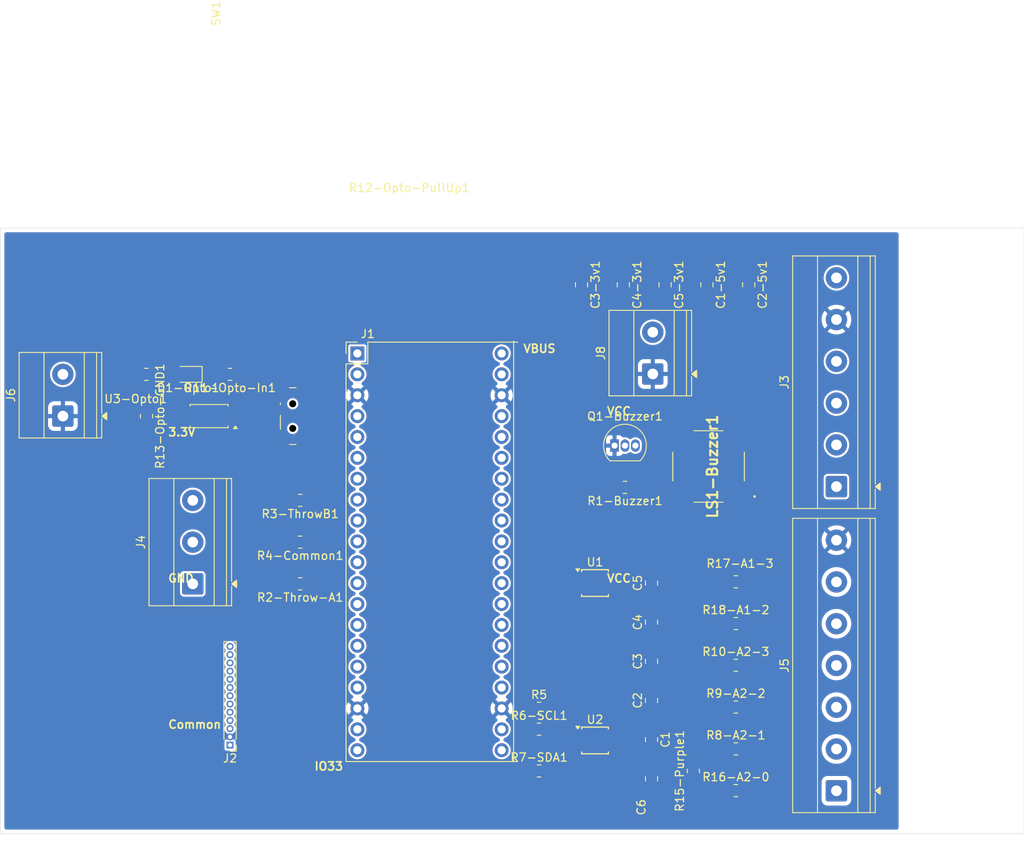
<source format=kicad_pcb>
(kicad_pcb (version 20241229) (generator "pcbnew") (generator_version "9.0")
  (layers (0 "F.Cu" signal) (2 "B.Cu" signal) (13 "F.Paste" user) (15 "B.Paste" user) (5 "F.SilkS" user "F.Silkscreen") (7 "B.SilkS" user "B.Silkscreen") (1 "F.Mask" user) (3 "B.Mask" user) (25 "Edge.Cuts" user))
  (net 0 "")
  (net 1 "+5V")
  (net 2 "GND")
  (net 3 "+3.3V")
  (net 4 "/IO17")
  (net 23 "/IO38 (SDO)")
  (net 24 "/IO1")
  (net 25 "/IO2")
  (net 26 "/IO39")
  (net 27 "/IO35")
  (net 28 "/IO37")
  (net 29 "/IO36")
  (net 30 "/IO48")
  (net 31 "/IO15")
  (net 32 "/IO18")
  (net 33 "/IO3")
  (net 34 "/IO16")
  (net 35 "/Rnet2")
  (net 36 "/Rnet1")
  (net 37 "/A2-1")
  (net 38 "/A2-2")
  (net 39 "/A2-3")
  (net 40 "/A1-2")
  (net 41 "/A1-3")
  (net 42 "/A2-0")
  (net 43 "Net-(D1-Opto1-A)")
  (net 44 "/SCL")
  (net 45 "/SCD")
  (net 47 "/A2-3-E")
  (net 48 "/A2-1-E")
  (net 49 "/A2-2-E")
  (net 50 "/A1-2-E")
  (net 51 "/A2-0-E")
  (net 52 "/Opto In")
  (net 53 "/GND - 3v Clean")
  (net 54 "/SDA")
  (net 55 "Net-(SW1-C)")
  (net 56 "/A1-1")
  (net 57 "Net-(SW1-A)")
  (net 58 "/A1-3-E")
  (net 59 "/A1-0")
  (net 61 "/3v Clean")
  (net 63 "/Buzer-IO21")
  (net 64 "/Buzzer-3")
  (net 65 "/Buzzer-2")
  (footprint "TerminalBlock_Phoenix:TerminalBlock_Phoenix_MKDS-1,5-2-5.08_1x02_P5.08mm_Horizontal" (layer "F.Cu") (at 60.96 58.42 90)
    (property "Reference" "J6" (at 2.54 -6.32 90) (layer "F.SilkS"))
    (property "Value" "Dry Contact OptoCoupler")
    (fp_line (start 7.74 -5.32) (end 7.74 4.72) (stroke (width 0.12)) (layer "F.SilkS"))
    (fp_line (start -2.66 -5.32) (end 7.74 -5.32) (stroke (width 0.12)) (layer "F.SilkS"))
    (fp_line (start -2.66 -2.3) (end 7.74 -2.3) (stroke (width 0.12)) (layer "F.SilkS"))
    (fp_line (start -2.66 2.6) (end 7.74 2.6) (stroke (width 0.12)) (layer "F.SilkS"))
    (fp_line (start -2.66 4.1) (end 7.74 4.1) (stroke (width 0.12)) (layer "F.SilkS"))
    (fp_line (start 7.74 4.72) (end 0.3 4.72) (stroke (width 0.12)) (layer "F.SilkS"))
    (fp_line (start -0.3 4.72) (end -2.66 4.72) (stroke (width 0.12)) (layer "F.SilkS"))
    (fp_line (start -2.66 4.72) (end -2.66 -5.32) (stroke (width 0.12)) (layer "F.SilkS"))
    (fp_poly (pts (xy 0 4.72) (xy 0.44 5.33) (xy -0.44 5.33)) (stroke (width 0.12)) (fill yes) (layer "F.SilkS"))
    (pad "1" thru_hole roundrect (at 0 0 90) (size 2.6 2.6) (drill 1.3) (layers "*.Cu" "*.Mask") (roundrect_rratio 0.096154) (net 2 "GND"))
    (pad "2" thru_hole circle (at 5.08 0 90) (size 2.6 2.6) (drill 1.3) (layers "*.Cu" "*.Mask") (net 52 "/Opto In"))
  )
  (footprint "Resistor_SMD:R_0805_2012Metric" (layer "F.Cu") (at 89.8075 78.83 180)
    (property "Reference" "R2-Throw-A1" (at 0 -1.65 0) (layer "F.SilkS"))
    (property "Value" "33K")
    (fp_line (start -0.227064 0.735) (end 0.227064 0.735) (stroke (width 0.12)) (layer "F.SilkS"))
    (fp_line (start -0.227064 -0.735) (end 0.227064 -0.735) (stroke (width 0.12)) (layer "F.SilkS"))
    (pad "1" smd roundrect (at -0.9125 0 180) (size 1.025 1.4) (layers "F.Cu" "F.Mask" "F.Paste") (roundrect_rratio 0.243902) (net 36 "/Rnet1"))
    (pad "2" smd roundrect (at 0.9125 0 180) (size 1.025 1.4) (layers "F.Cu" "F.Mask" "F.Paste") (roundrect_rratio 0.243902) (net 53 "/GND - 3v Clean"))
  )
  (footprint "Package_SO:TSSOP-10_3x3mm_P0.5mm" (layer "F.Cu") (at 125.65 78.726)
    (property "Reference" "U1" (at 0 -2.55 0) (layer "F.SilkS"))
    (property "Value" "ADS1115IDGS - low volt")
    (fp_line (start -1.625 -1.625) (end -1.625 -1.4) (stroke (width 0.15)) (layer "F.SilkS"))
    (fp_line (start -1.625 -1.625) (end 1.625 -1.625) (stroke (width 0.15)) (layer "F.SilkS"))
    (fp_line (start -1.625 1.625) (end -1.625 1.4) (stroke (width 0.15)) (layer "F.SilkS"))
    (fp_line (start -1.625 1.625) (end 1.625 1.625) (stroke (width 0.15)) (layer "F.SilkS"))
    (fp_line (start 1.625 -1.625) (end 1.625 -1.4) (stroke (width 0.15)) (layer "F.SilkS"))
    (fp_line (start 1.625 1.625) (end 1.625 1.4) (stroke (width 0.15)) (layer "F.SilkS"))
    (fp_poly (pts (xy -2.1 -1.4) (xy -2.34 -1.73) (xy -1.86 -1.73) (xy -2.1 -1.4)) (stroke (width 0.12)) (fill yes) (layer "F.SilkS"))
    (pad "1" smd rect (at -2.15 -1) (size 1.1 0.25) (layers "F.Cu" "F.Mask" "F.Paste") (net 2 "GND"))
    (pad "2" smd rect (at -2.15 -0.5) (size 1.1 0.25) (layers "F.Cu" "F.Mask" "F.Paste") (net 3 "+3.3V"))
    (pad "3" smd rect (at -2.15 0) (size 1.1 0.25) (layers "F.Cu" "F.Mask" "F.Paste") (net 2 "GND"))
    (pad "4" smd rect (at -2.15 0.5) (size 1.1 0.25) (layers "F.Cu" "F.Mask" "F.Paste") (net 59 "/A1-0"))
    (pad "5" smd rect (at -2.15 1) (size 1.1 0.25) (layers "F.Cu" "F.Mask" "F.Paste") (net 56 "/A1-1"))
    (pad "6" smd rect (at 2.15 1) (size 1.1 0.25) (layers "F.Cu" "F.Mask" "F.Paste") (net 40 "/A1-2"))
    (pad "7" smd rect (at 2.15 0.5) (size 1.1 0.25) (layers "F.Cu" "F.Mask" "F.Paste") (net 41 "/A1-3"))
    (pad "8" smd rect (at 2.15 0) (size 1.1 0.25) (layers "F.Cu" "F.Mask" "F.Paste") (net 3 "+3.3V"))
    (pad "9" smd rect (at 2.15 -0.5) (size 1.1 0.25) (layers "F.Cu" "F.Mask" "F.Paste") (net 54 "/SDA"))
    (pad "10" smd rect (at 2.15 -1) (size 1.1 0.25) (layers "F.Cu" "F.Mask" "F.Paste") (net 44 "/SCL"))
  )
  (footprint "Resistor_SMD:R_0805_2012Metric" (layer "F.Cu") (at 129.29 67.09 180)
    (property "Reference" "R1-Buzzer1" (at 0 -1.65 0) (layer "F.SilkS"))
    (property "Value" "1K")
    (fp_line (start -0.227064 0.735) (end 0.227064 0.735) (stroke (width 0.12)) (layer "F.SilkS"))
    (fp_line (start -0.227064 -0.735) (end 0.227064 -0.735) (stroke (width 0.12)) (layer "F.SilkS"))
    (pad "1" smd roundrect (at -0.9125 0 180) (size 1.025 1.4) (layers "F.Cu" "F.Mask" "F.Paste") (roundrect_rratio 0.243902) (net 63 "/Buzer-IO21"))
    (pad "2" smd roundrect (at 0.9125 0 180) (size 1.025 1.4) (layers "F.Cu" "F.Mask" "F.Paste") (roundrect_rratio 0.243902) (net 65 "/Buzzer-2"))
  )
  (footprint "Resistor_SMD:R_0805_2012Metric" (layer "F.Cu") (at 118.8475 93.966)
    (property "Reference" "R5" (at 0 -1.65 0) (layer "F.SilkS"))
    (property "Value" "10K")
    (fp_line (start -0.227064 -0.735) (end 0.227064 -0.735) (stroke (width 0.12)) (layer "F.SilkS"))
    (fp_line (start -0.227064 0.735) (end 0.227064 0.735) (stroke (width 0.12)) (layer "F.SilkS"))
    (pad "1" smd roundrect (at -0.9125 0) (size 1.025 1.4) (layers "F.Cu" "F.Mask" "F.Paste") (roundrect_rratio 0.243902) (net 3 "+3.3V"))
    (pad "2" smd roundrect (at 0.9125 0) (size 1.025 1.4) (layers "F.Cu" "F.Mask" "F.Paste") (roundrect_rratio 0.243902) (net 3 "+3.3V"))
  )
  (footprint "Diode_SMD:D_0805_2012Metric" (layer "F.Cu") (at 76.2 53.34 180)
    (property "Reference" "D1-Opto1" (at 0 -1.65 0) (layer "F.SilkS"))
    (property "Value" "1N4148")
    (fp_line (start 1 -0.96) (end -1.685 -0.96) (stroke (width 0.12)) (layer "F.SilkS"))
    (fp_line (start -1.685 0.96) (end 1 0.96) (stroke (width 0.12)) (layer "F.SilkS"))
    (fp_line (start -1.685 -0.96) (end -1.685 0.96) (stroke (width 0.12)) (layer "F.SilkS"))
    (pad "1" smd roundrect (at -0.9375 0 180) (size 0.975 1.4) (layers "F.Cu" "F.Mask" "F.Paste") (net 2 "GND"))
    (pad "2" smd roundrect (at 0.9375 0 180) (size 0.975 1.4) (layers "F.Cu" "F.Mask" "F.Paste") (net 43 "Net-(D1-Opto1-A)"))
  )
  (footprint "Resistor_SMD:R_0805_2012Metric" (layer "F.Cu") (at 89.8075 68.67 180)
    (property "Reference" "R3-ThrowB1" (at 0 -1.65 0) (layer "F.SilkS"))
    (property "Value" "100k")
    (fp_line (start -0.227064 0.735) (end 0.227064 0.735) (stroke (width 0.12)) (layer "F.SilkS"))
    (fp_line (start -0.227064 -0.735) (end 0.227064 -0.735) (stroke (width 0.12)) (layer "F.SilkS"))
    (pad "1" smd roundrect (at -0.9125 0 180) (size 1.025 1.4) (layers "F.Cu" "F.Mask" "F.Paste") (roundrect_rratio 0.243902) (net 35 "/Rnet2"))
    (pad "2" smd roundrect (at 0.9125 0 180) (size 1.025 1.4) (layers "F.Cu" "F.Mask" "F.Paste") (roundrect_rratio 0.243902) (net 53 "/GND - 3v Clean"))
  )
  (footprint "Resistor_SMD:R_0805_2012Metric" (layer "F.Cu") (at 142.7725 83.656)
    (property "Reference" "R18-A1-2" (at 0 -1.65 0) (layer "F.SilkS"))
    (property "Value" "1K")
    (fp_line (start -0.227064 -0.735) (end 0.227064 -0.735) (stroke (width 0.12)) (layer "F.SilkS"))
    (fp_line (start -0.227064 0.735) (end 0.227064 0.735) (stroke (width 0.12)) (layer "F.SilkS"))
    (pad "1" smd roundrect (at -0.9125 0) (size 1.025 1.4) (layers "F.Cu" "F.Mask" "F.Paste") (roundrect_rratio 0.243902) (net 40 "/A1-2"))
    (pad "2" smd roundrect (at 0.9125 0) (size 1.025 1.4) (layers "F.Cu" "F.Mask" "F.Paste") (roundrect_rratio 0.243902) (net 50 "/A1-2-E"))
  )
  (footprint "Resistor_SMD:R_0805_2012Metric" (layer "F.Cu") (at 142.7725 93.816)
    (property "Reference" "R9-A2-2" (at 0 -1.65 0) (layer "F.SilkS"))
    (property "Value" "1K")
    (fp_line (start -0.227064 -0.735) (end 0.227064 -0.735) (stroke (width 0.12)) (layer "F.SilkS"))
    (fp_line (start -0.227064 0.735) (end 0.227064 0.735) (stroke (width 0.12)) (layer "F.SilkS"))
    (pad "1" smd roundrect (at -0.9125 0) (size 1.025 1.4) (layers "F.Cu" "F.Mask" "F.Paste") (roundrect_rratio 0.243902) (net 49 "/A2-2-E"))
    (pad "2" smd roundrect (at 0.9125 0) (size 1.025 1.4) (layers "F.Cu" "F.Mask" "F.Paste") (roundrect_rratio 0.243902) (net 38 "/A2-2"))
  )
  (footprint "TerminalBlock_Phoenix:TerminalBlock_Phoenix_MKDS-1,5-3-5.08_1x03_P5.08mm_Horizontal" (layer "F.Cu") (at 76.75 78.83 90)
    (property "Reference" "J4" (at 5.08 -6.32 90) (layer "F.SilkS"))
    (property "Value" "SPDT (on)-off-(on)")
    (fp_line (start 12.82 -5.32) (end 12.82 4.72) (stroke (width 0.12)) (layer "F.SilkS"))
    (fp_line (start -2.66 -5.32) (end 12.82 -5.32) (stroke (width 0.12)) (layer "F.SilkS"))
    (fp_line (start -2.66 -2.3) (end 12.82 -2.3) (stroke (width 0.12)) (layer "F.SilkS"))
    (fp_line (start -2.66 2.6) (end 12.82 2.6) (stroke (width 0.12)) (layer "F.SilkS"))
    (fp_line (start -2.66 4.1) (end 12.82 4.1) (stroke (width 0.12)) (layer "F.SilkS"))
    (fp_line (start 12.82 4.72) (end 0.3 4.72) (stroke (width 0.12)) (layer "F.SilkS"))
    (fp_line (start -0.3 4.72) (end -2.66 4.72) (stroke (width 0.12)) (layer "F.SilkS"))
    (fp_line (start -2.66 4.72) (end -2.66 -5.32) (stroke (width 0.12)) (layer "F.SilkS"))
    (fp_poly (pts (xy 0 4.72) (xy 0.44 5.33) (xy -0.44 5.33)) (stroke (width 0.12)) (fill yes) (layer "F.SilkS"))
    (pad "1" thru_hole roundrect (at 0 0 90) (size 2.6 2.6) (drill 1.3) (layers "*.Cu" "*.Mask") (roundrect_rratio 0.096154) (net 36 "/Rnet1"))
    (pad "2" thru_hole circle (at 5.08 0 90) (size 2.6 2.6) (drill 1.3) (layers "*.Cu" "*.Mask") (net 4 "/IO17"))
    (pad "3" thru_hole circle (at 10.16 0 90) (size 2.6 2.6) (drill 1.3) (layers "*.Cu" "*.Mask") (net 35 "/Rnet2"))
  )
  (footprint "Capacitor_SMD:C_0805_2012Metric" (layer "F.Cu") (at 129.09 42.45 -90)
    (property "Reference" "C4-3v1" (at 0 -1.68 90) (layer "F.SilkS"))
    (property "Value" "47uF 10v DC")
    (fp_line (start -0.261252 0.735) (end 0.261252 0.735) (stroke (width 0.12)) (layer "F.SilkS"))
    (fp_line (start -0.261252 -0.735) (end 0.261252 -0.735) (stroke (width 0.12)) (layer "F.SilkS"))
    (pad "1" smd roundrect (at -0.95 0 270) (size 1 1.45) (layers "F.Cu" "F.Mask" "F.Paste") (net 3 "+3.3V"))
    (pad "2" smd roundrect (at 0.95 0 270) (size 1 1.45) (layers "F.Cu" "F.Mask" "F.Paste") (net 2 "GND"))
  )
  (footprint "Resistor_SMD:R_0805_2012Metric" (layer "F.Cu") (at 142.7725 98.896)
    (property "Reference" "R8-A2-1" (at 0 -1.65 0) (layer "F.SilkS"))
    (property "Value" "1K")
    (fp_line (start -0.227064 -0.735) (end 0.227064 -0.735) (stroke (width 0.12)) (layer "F.SilkS"))
    (fp_line (start -0.227064 0.735) (end 0.227064 0.735) (stroke (width 0.12)) (layer "F.SilkS"))
    (pad "1" smd roundrect (at -0.9125 0) (size 1.025 1.4) (layers "F.Cu" "F.Mask" "F.Paste") (roundrect_rratio 0.243902) (net 48 "/A2-1-E"))
    (pad "2" smd roundrect (at 0.9125 0) (size 1.025 1.4) (layers "F.Cu" "F.Mask" "F.Paste") (roundrect_rratio 0.243902) (net 37 "/A2-1"))
  )
  (footprint "Package_TO_SOT_THT:TO-92_Inline" (layer "F.Cu") (at 128.02 62.01)
    (property "Reference" "Q1-Buzzer1" (at 1.27 -3.56 0) (layer "F.SilkS"))
    (property "Value" "S8050")
    (fp_line (start -0.53 1.85) (end 3.07 1.85) (stroke (width 0.12)) (layer "F.SilkS"))
    (fp_arc (start -0.568478 1.838478) (mid -1.132087 -0.994977) (end 1.27 -2.6) (stroke (width 0.12)) (layer "F.SilkS"))
    (fp_arc (start 1.27 -2.6) (mid 3.672087 -0.994977) (end 3.108478 1.838478) (stroke (width 0.12)) (layer "F.SilkS"))
    (pad "1" thru_hole rect (at 0 0) (size 1.05 1.5) (drill 0.75) (layers "*.Cu" "*.Mask") (net 2 "GND"))
    (pad "2" thru_hole oval (at 1.27 0) (size 1.05 1.5) (drill 0.75) (layers "*.Cu" "*.Mask") (net 65 "/Buzzer-2"))
    (pad "3" thru_hole oval (at 2.54 0) (size 1.05 1.5) (drill 0.75) (layers "*.Cu" "*.Mask") (net 64 "/Buzzer-3"))
  )
  (footprint "Resistor_SMD:R_0805_2012Metric" (layer "F.Cu") (at 118.8475 101.586)
    (property "Reference" "R7-SDA1" (at 0 -1.65 0) (layer "F.SilkS"))
    (property "Value" "10K")
    (fp_line (start -0.227064 -0.735) (end 0.227064 -0.735) (stroke (width 0.12)) (layer "F.SilkS"))
    (fp_line (start -0.227064 0.735) (end 0.227064 0.735) (stroke (width 0.12)) (layer "F.SilkS"))
    (pad "1" smd roundrect (at -0.9125 0) (size 1.025 1.4) (layers "F.Cu" "F.Mask" "F.Paste") (roundrect_rratio 0.243902) (net 54 "/SDA"))
    (pad "2" smd roundrect (at 0.9125 0) (size 1.025 1.4) (layers "F.Cu" "F.Mask" "F.Paste") (roundrect_rratio 0.243902) (net 54 "/SDA"))
  )
  (footprint "Capacitor_SMD:C_0805_2012Metric" (layer "F.Cu") (at 132.52 93.012 90)
    (property "Reference" "C2" (at 0 -1.68 90) (layer "F.SilkS"))
    (property "Value" "100nF, 35V")
    (fp_line (start -0.261252 -0.735) (end 0.261252 -0.735) (stroke (width 0.12)) (layer "F.SilkS"))
    (fp_line (start -0.261252 0.735) (end 0.261252 0.735) (stroke (width 0.12)) (layer "F.SilkS"))
    (pad "1" smd roundrect (at -0.95 0 90) (size 1 1.45) (layers "F.Cu" "F.Mask" "F.Paste") (net 2 "GND"))
    (pad "2" smd roundrect (at 0.95 0 90) (size 1 1.45) (layers "F.Cu" "F.Mask" "F.Paste") (net 38 "/A2-2"))
  )
  (footprint "Resistor_SMD:R_0805_2012Metric" (layer "F.Cu") (at 137.6 101.586 90)
    (property "Reference" "R15-Purple1" (at 0 -1.65 90) (layer "F.SilkS"))
    (property "Value" "2.2K")
    (fp_line (start -0.227064 -0.735) (end 0.227064 -0.735) (stroke (width 0.12)) (layer "F.SilkS"))
    (fp_line (start -0.227064 0.735) (end 0.227064 0.735) (stroke (width 0.12)) (layer "F.SilkS"))
    (pad "1" smd roundrect (at -0.9125 0 90) (size 1.025 1.4) (layers "F.Cu" "F.Mask" "F.Paste") (roundrect_rratio 0.243902) (net 2 "GND"))
    (pad "2" smd roundrect (at 0.9125 0 90) (size 1.025 1.4) (layers "F.Cu" "F.Mask" "F.Paste") (roundrect_rratio 0.243902) (net 42 "/A2-0"))
  )
  (footprint "Capacitor_SMD:C_0805_2012Metric" (layer "F.Cu") (at 144.33 42.45 -90)
    (property "Reference" "C2-5v1" (at 0 -1.68 90) (layer "F.SilkS"))
    (property "Value" "100uF 10vDC")
    (fp_line (start -0.261252 0.735) (end 0.261252 0.735) (stroke (width 0.12)) (layer "F.SilkS"))
    (fp_line (start -0.261252 -0.735) (end 0.261252 -0.735) (stroke (width 0.12)) (layer "F.SilkS"))
    (pad "1" smd roundrect (at -0.95 0 270) (size 1 1.45) (layers "F.Cu" "F.Mask" "F.Paste") (net 1 "+5V"))
    (pad "2" smd roundrect (at 0.95 0 270) (size 1 1.45) (layers "F.Cu" "F.Mask" "F.Paste") (net 2 "GND"))
  )
  (footprint "TerminalBlock_Phoenix:TerminalBlock_Phoenix_MKDS-1,5-2-5.08_1x02_P5.08mm_Horizontal" (layer "F.Cu") (at 132.6725 53.295 90)
    (property "Reference" "J8" (at 2.54 -6.32 90) (layer "F.SilkS"))
    (property "Value" "5vIn")
    (fp_line (start 7.74 -5.32) (end 7.74 4.72) (stroke (width 0.12)) (layer "F.SilkS"))
    (fp_line (start -2.66 -5.32) (end 7.74 -5.32) (stroke (width 0.12)) (layer "F.SilkS"))
    (fp_line (start -2.66 -2.3) (end 7.74 -2.3) (stroke (width 0.12)) (layer "F.SilkS"))
    (fp_line (start -2.66 2.6) (end 7.74 2.6) (stroke (width 0.12)) (layer "F.SilkS"))
    (fp_line (start -2.66 4.1) (end 7.74 4.1) (stroke (width 0.12)) (layer "F.SilkS"))
    (fp_line (start 7.74 4.72) (end 0.3 4.72) (stroke (width 0.12)) (layer "F.SilkS"))
    (fp_line (start -0.3 4.72) (end -2.66 4.72) (stroke (width 0.12)) (layer "F.SilkS"))
    (fp_line (start -2.66 4.72) (end -2.66 -5.32) (stroke (width 0.12)) (layer "F.SilkS"))
    (fp_poly (pts (xy 0 4.72) (xy 0.44 5.33) (xy -0.44 5.33)) (stroke (width 0.12)) (fill yes) (layer "F.SilkS"))
    (pad "1" thru_hole roundrect (at 0 0 90) (size 2.6 2.6) (drill 1.3) (layers "*.Cu" "*.Mask") (roundrect_rratio 0.096154) (net 2 "GND"))
    (pad "2" thru_hole circle (at 5.08 0 90) (size 2.6 2.6) (drill 1.3) (layers "*.Cu" "*.Mask") (net 1 "+5V"))
  )
  (footprint "Button_Switch_SMD:SW_SPDT_Shouhan_MSK12C02" (layer "F.Cu") (at 88.9 58.42 90)
    (property "Reference" "SW1" (at 48.965 -9.335 90) (layer "F.SilkS"))
    (property "Value" "SW_SPDT")
    (fp_line (start 1.4 -1.5) (end 1.6 -1.5) (stroke (width 0.12)) (layer "F.SilkS"))
    (fp_line (start -1.6 -1.5) (end 0.1 -1.5) (stroke (width 0.12)) (layer "F.SilkS"))
    (fp_line (start 3.45 -0.4) (end 3.45 0.4) (stroke (width 0.12)) (layer "F.SilkS"))
    (fp_line (start -3.45 -0.4) (end -3.45 0.4) (stroke (width 0.12)) (layer "F.SilkS"))
    (pad "" np_thru_hole circle (at -1.5 0 90) (size 0.85 0.85) (drill 0.85) (layers "*.Mask"))
    (pad "" np_thru_hole circle (at 1.5 0 90) (size 0.85 0.85) (drill 0.85) (layers "*.Mask"))
    (pad "1" smd roundrect (at -2.25 -1.95 90) (size 0.6 1.3) (layers "F.Cu" "F.Mask" "F.Paste") (net 57 "Net-(SW1-A)"))
    (pad "2" smd roundrect (at 0.75 -1.95 90) (size 0.6 1.3) (layers "F.Cu" "F.Mask" "F.Paste") (net 43 "Net-(D1-Opto1-A)"))
    (pad "3" smd roundrect (at 2.25 -1.95 90) (size 0.6 1.3) (layers "F.Cu" "F.Mask" "F.Paste") (net 55 "Net-(SW1-C)"))
    (pad "SH" smd roundrect (at -3.675 -1.1 90) (size 1.05 0.7) (layers "F.Cu" "F.Mask" "F.Paste"))
    (pad "SH" smd roundrect (at -3.675 1.1 90) (size 1.05 0.7) (layers "F.Cu" "F.Mask" "F.Paste"))
    (pad "SH" smd roundrect (at 3.675 -1.1 90) (size 1.05 0.7) (layers "F.Cu" "F.Mask" "F.Paste"))
    (pad "SH" smd roundrect (at 3.675 1.1 90) (size 1.05 0.7) (layers "F.Cu" "F.Mask" "F.Paste"))
  )
  (footprint "Capacitor_SMD:C_0805_2012Metric" (layer "F.Cu") (at 132.52 88.25 90)
    (property "Reference" "C3" (at 0 -1.68 90) (layer "F.SilkS"))
    (property "Value" "100nF, 35V")
    (fp_line (start -0.261252 -0.735) (end 0.261252 -0.735) (stroke (width 0.12)) (layer "F.SilkS"))
    (fp_line (start -0.261252 0.735) (end 0.261252 0.735) (stroke (width 0.12)) (layer "F.SilkS"))
    (pad "1" smd roundrect (at -0.95 0 90) (size 1 1.45) (layers "F.Cu" "F.Mask" "F.Paste") (net 2 "GND"))
    (pad "2" smd roundrect (at 0.95 0 90) (size 1 1.45) (layers "F.Cu" "F.Mask" "F.Paste") (net 39 "/A2-3"))
  )
  (footprint "TerminalBlock_Phoenix:TerminalBlock_Phoenix_MKDS-1,5-7-5.08_1x07_P5.08mm_Horizontal" (layer "F.Cu") (at 155 103.995 90)
    (property "Reference" "J5" (at 15.24 -6.32 90) (layer "F.SilkS"))
    (property "Value" "ADC Inputs - 24v side")
    (fp_line (start 33.14 -5.32) (end 33.14 4.72) (stroke (width 0.12)) (layer "F.SilkS"))
    (fp_line (start -2.66 -5.32) (end 33.14 -5.32) (stroke (width 0.12)) (layer "F.SilkS"))
    (fp_line (start -2.66 -2.3) (end 33.14 -2.3) (stroke (width 0.12)) (layer "F.SilkS"))
    (fp_line (start -2.66 2.6) (end 33.14 2.6) (stroke (width 0.12)) (layer "F.SilkS"))
    (fp_line (start -2.66 4.1) (end 33.14 4.1) (stroke (width 0.12)) (layer "F.SilkS"))
    (fp_line (start 33.14 4.72) (end 0.3 4.72) (stroke (width 0.12)) (layer "F.SilkS"))
    (fp_line (start -0.3 4.72) (end -2.66 4.72) (stroke (width 0.12)) (layer "F.SilkS"))
    (fp_line (start -2.66 4.72) (end -2.66 -5.32) (stroke (width 0.12)) (layer "F.SilkS"))
    (fp_poly (pts (xy 0 4.72) (xy 0.44 5.33) (xy -0.44 5.33)) (stroke (width 0.12)) (fill yes) (layer "F.SilkS"))
    (pad "1" thru_hole roundrect (at 0 0 90) (size 2.6 2.6) (drill 1.3) (layers "*.Cu" "*.Mask") (roundrect_rratio 0.096154) (net 51 "/A2-0-E"))
    (pad "2" thru_hole circle (at 5.08 0 90) (size 2.6 2.6) (drill 1.3) (layers "*.Cu" "*.Mask") (net 48 "/A2-1-E"))
    (pad "3" thru_hole circle (at 10.16 0 90) (size 2.6 2.6) (drill 1.3) (layers "*.Cu" "*.Mask") (net 49 "/A2-2-E"))
    (pad "4" thru_hole circle (at 15.24 0 90) (size 2.6 2.6) (drill 1.3) (layers "*.Cu" "*.Mask") (net 47 "/A2-3-E"))
    (pad "5" thru_hole circle (at 20.32 0 90) (size 2.6 2.6) (drill 1.3) (layers "*.Cu" "*.Mask") (net 50 "/A1-2-E"))
    (pad "6" thru_hole circle (at 25.4 0 90) (size 2.6 2.6) (drill 1.3) (layers "*.Cu" "*.Mask") (net 58 "/A1-3-E"))
    (pad "7" thru_hole circle (at 30.48 0 90) (size 2.6 2.6) (drill 1.3) (layers "*.Cu" "*.Mask") (net 2 "GND"))
  )
  (footprint "Capacitor_SMD:C_0805_2012Metric" (layer "F.Cu") (at 132.52 102.536 90)
    (property "Reference" "C6" (at -3.465491 -1.247419 90) (layer "F.SilkS"))
    (property "Value" "100nF, 35V")
    (fp_line (start -0.261252 -0.735) (end 0.261252 -0.735) (stroke (width 0.12)) (layer "F.SilkS"))
    (fp_line (start -0.261252 0.735) (end 0.261252 0.735) (stroke (width 0.12)) (layer "F.SilkS"))
    (pad "1" smd roundrect (at -0.95 0 90) (size 1 1.45) (layers "F.Cu" "F.Mask" "F.Paste") (net 2 "GND"))
    (pad "2" smd roundrect (at 0.95 0 90) (size 1 1.45) (layers "F.Cu" "F.Mask" "F.Paste") (net 42 "/A2-0"))
  )
  (footprint "Capacitor_SMD:C_0805_2012Metric" (layer "F.Cu") (at 134.17 42.45 -90)
    (property "Reference" "C5-3v1" (at 0 -1.68 90) (layer "F.SilkS"))
    (property "Value" "1uF 10v DC")
    (fp_line (start -0.261252 0.735) (end 0.261252 0.735) (stroke (width 0.12)) (layer "F.SilkS"))
    (fp_line (start -0.261252 -0.735) (end 0.261252 -0.735) (stroke (width 0.12)) (layer "F.SilkS"))
    (pad "1" smd roundrect (at -0.95 0 270) (size 1 1.45) (layers "F.Cu" "F.Mask" "F.Paste") (net 3 "+3.3V"))
    (pad "2" smd roundrect (at 0.95 0 270) (size 1 1.45) (layers "F.Cu" "F.Mask" "F.Paste") (net 2 "GND"))
  )
  (footprint "Capacitor_SMD:C_0805_2012Metric" (layer "F.Cu") (at 124.01 42.45 -90)
    (property "Reference" "C3-3v1" (at 0 -1.68 90) (layer "F.SilkS"))
    (property "Value" "100nF 10v DC")
    (fp_line (start -0.261252 0.735) (end 0.261252 0.735) (stroke (width 0.12)) (layer "F.SilkS"))
    (fp_line (start -0.261252 -0.735) (end 0.261252 -0.735) (stroke (width 0.12)) (layer "F.SilkS"))
    (pad "1" smd roundrect (at -0.95 0 270) (size 1 1.45) (layers "F.Cu" "F.Mask" "F.Paste") (net 3 "+3.3V"))
    (pad "2" smd roundrect (at 0.95 0 270) (size 1 1.45) (layers "F.Cu" "F.Mask" "F.Paste") (net 2 "GND"))
  )
  (footprint "Package_SO:SOP-4_4.4x2.6mm_P1.27mm" (layer "F.Cu") (at 78.74 58.42 180)
    (property "Reference" "U3-Opto1" (at 8.932581 2.094874 0) (layer "F.SilkS"))
    (property "Value" "PC817")
    (fp_line (start 2.31 1.41) (end -2.31 1.41) (stroke (width 0.12)) (layer "F.SilkS"))
    (fp_line (start 2.31 1.195) (end 2.31 1.41) (stroke (width 0.12)) (layer "F.SilkS"))
    (fp_line (start 2.31 -1.41) (end 2.31 -1.195) (stroke (width 0.12)) (layer "F.SilkS"))
    (fp_line (start -2.31 1.41) (end -2.31 1.195) (stroke (width 0.12)) (layer "F.SilkS"))
    (fp_line (start -2.31 -1.195) (end -2.31 -1.41) (stroke (width 0.12)) (layer "F.SilkS"))
    (fp_line (start -2.31 -1.41) (end 2.31 -1.41) (stroke (width 0.12)) (layer "F.SilkS"))
    (fp_poly (pts (xy -3.19 -1.2) (xy -3.43 -1.53) (xy -2.95 -1.53)) (stroke (width 0.12)) (fill yes) (layer "F.SilkS"))
    (pad "1" smd roundrect (at -3.1875 -0.635 180) (size 1.625 0.6) (layers "F.Cu" "F.Mask" "F.Paste") (net 43 "Net-(D1-Opto1-A)"))
    (pad "2" smd roundrect (at -3.1875 0.635 180) (size 1.625 0.6) (layers "F.Cu" "F.Mask" "F.Paste") (net 2 "GND"))
    (pad "3" smd roundrect (at 3.1875 0.635 180) (size 1.625 0.6) (layers "F.Cu" "F.Mask" "F.Paste") (net 2 "GND"))
    (pad "4" smd roundrect (at 3.1875 -0.635 180) (size 1.625 0.6) (layers "F.Cu" "F.Mask" "F.Paste") (net 56 "/A1-1"))
  )
  (footprint "Resistor_SMD:R_0805_2012Metric" (layer "F.Cu") (at 71.12 58.4275 -90)
    (property "Reference" "R13-Opto-GND1" (at 0 -1.65 90) (layer "F.SilkS"))
    (property "Value" "1K")
    (fp_line (start -0.227064 0.735) (end 0.227064 0.735) (stroke (width 0.12)) (layer "F.SilkS"))
    (fp_line (start -0.227064 -0.735) (end 0.227064 -0.735) (stroke (width 0.12)) (layer "F.SilkS"))
    (pad "1" smd roundrect (at -0.9125 0 270) (size 1.025 1.4) (layers "F.Cu" "F.Mask" "F.Paste") (roundrect_rratio 0.243902) (net 52 "/Opto In"))
    (pad "2" smd roundrect (at 0.9125 0 270) (size 1.025 1.4) (layers "F.Cu" "F.Mask" "F.Paste") (roundrect_rratio 0.243902) (net 57 "Net-(SW1-A)"))
  )
  (footprint "Connector_PinHeader_2.54mm:ESP32-PinHeader_2x20_P2.54mm_Vertical" (layer "F.Cu") (at 96.76 50.8)
    (property "Reference" "J1" (at 1.27 -2.38 0) (layer "F.SilkS"))
    (property "Value" "ESP32-S3-ETH-WAVETREE-Footprint")
    (fp_line (start -1.38 -1.38) (end 0 -1.38) (stroke (width 0.12)) (layer "F.SilkS"))
    (fp_line (start -1.38 0) (end -1.38 -1.38) (stroke (width 0.12)) (layer "F.SilkS"))
    (fp_line (start -1.38 1.27) (end -1.38 49.64) (stroke (width 0.12)) (layer "F.SilkS"))
    (fp_line (start -1.38 1.27) (end 1.27 1.27) (stroke (width 0.12)) (layer "F.SilkS"))
    (fp_line (start -1.38 49.64) (end 19.5 49.64) (stroke (width 0.12)) (layer "F.SilkS"))
    (fp_line (start 1.27 -1.38) (end 19.5 -1.38) (stroke (width 0.12)) (layer "F.SilkS"))
    (fp_line (start 1.27 1.27) (end 1.27 -1.38) (stroke (width 0.12)) (layer "F.SilkS"))
    (fp_line (start 19 -1.5) (end 19 49.52) (stroke (width 0.12)) (layer "F.SilkS"))
    (pad "1" thru_hole rect (at 0 0) (size 1.7 1.7) (drill 1) (layers "*.Cu" "*.Mask"))
    (pad "2" thru_hole circle (at 0 2.54) (size 1.7 1.7) (drill 1) (layers "*.Cu" "*.Mask"))
    (pad "3" thru_hole circle (at 0 5.08) (size 1.7 1.7) (drill 1) (layers "*.Cu" "*.Mask") (net 2 "GND"))
    (pad "4" thru_hole circle (at 0 7.62) (size 1.7 1.7) (drill 1) (layers "*.Cu" "*.Mask") (net 30 "/IO48"))
    (pad "5" thru_hole circle (at 0 10.16) (size 1.7 1.7) (drill 1) (layers "*.Cu" "*.Mask"))
    (pad "6" thru_hole circle (at 0 12.7) (size 1.7 1.7) (drill 1) (layers "*.Cu" "*.Mask"))
    (pad "7" thru_hole circle (at 0 15.24) (size 1.7 1.7) (drill 1) (layers "*.Cu" "*.Mask"))
    (pad "8" thru_hole circle (at 0 17.78) (size 1.7 1.7) (drill 1) (layers "*.Cu" "*.Mask"))
    (pad "9" thru_hole circle (at 0 20.32) (size 1.7 1.7) (drill 1) (layers "*.Cu" "*.Mask"))
    (pad "10" thru_hole circle (at 0 22.86) (size 1.7 1.7) (drill 1) (layers "*.Cu" "*.Mask"))
    (pad "11" thru_hole circle (at 0 25.4) (size 1.7 1.7) (drill 1) (layers "*.Cu" "*.Mask"))
    (pad "12" thru_hole circle (at 0 27.94) (size 1.7 1.7) (drill 1) (layers "*.Cu" "*.Mask") (net 26 "/IO39"))
    (pad "13" thru_hole circle (at 0 30.48) (size 1.7 1.7) (drill 1) (layers "*.Cu" "*.Mask"))
    (pad "14" thru_hole circle (at 0 33.02) (size 1.7 1.7) (drill 1) (layers "*.Cu" "*.Mask") (net 23 "/IO38 (SDO)"))
    (pad "15" thru_hole circle (at 0 35.56) (size 1.7 1.7) (drill 1) (layers "*.Cu" "*.Mask") (net 28 "/IO37"))
    (pad "16" thru_hole circle (at 0 38.1) (size 1.7 1.7) (drill 1) (layers "*.Cu" "*.Mask") (net 29 "/IO36"))
    (pad "17" thru_hole circle (at 0 40.64) (size 1.7 1.7) (drill 1) (layers "*.Cu" "*.Mask") (net 27 "/IO35"))
    (pad "18" thru_hole circle (at 0 43.18) (size 1.7 1.7) (drill 1) (layers "*.Cu" "*.Mask") (net 2 "GND"))
    (pad "19" thru_hole circle (at 0 45.72) (size 1.7 1.7) (drill 1) (layers "*.Cu" "*.Mask"))
    (pad "20" thru_hole circle (at 0 48.26) (size 1.7 1.7) (drill 1) (layers "*.Cu" "*.Mask"))
    (pad "21" thru_hole circle (at 17.54 48.26) (size 1.7 1.7) (drill 1) (layers "*.Cu" "*.Mask") (net 45 "/SCD"))
    (pad "22" thru_hole circle (at 17.54 45.72) (size 1.7 1.7) (drill 1) (layers "*.Cu" "*.Mask") (net 44 "/SCL"))
    (pad "23" thru_hole circle (at 17.54 43.18) (size 1.7 1.7) (drill 1) (layers "*.Cu" "*.Mask") (net 2 "GND"))
    (pad "24" thru_hole circle (at 17.54 40.64) (size 1.7 1.7) (drill 1) (layers "*.Cu" "*.Mask"))
    (pad "25" thru_hole circle (at 17.54 38.1) (size 1.7 1.7) (drill 1) (layers "*.Cu" "*.Mask") (net 24 "/IO1"))
    (pad "26" thru_hole circle (at 17.54 35.56) (size 1.7 1.7) (drill 1) (layers "*.Cu" "*.Mask") (net 25 "/IO2"))
    (pad "27" thru_hole circle (at 17.54 33.02) (size 1.7 1.7) (drill 1) (layers "*.Cu" "*.Mask") (net 33 "/IO3"))
    (pad "28" thru_hole circle (at 17.54 30.48) (size 1.7 1.7) (drill 1) (layers "*.Cu" "*.Mask"))
    (pad "29" thru_hole circle (at 17.54 27.94) (size 1.7 1.7) (drill 1) (layers "*.Cu" "*.Mask") (net 31 "/IO15"))
    (pad "30" thru_hole circle (at 17.54 25.4) (size 1.7 1.7) (drill 1) (layers "*.Cu" "*.Mask"))
    (pad "31" thru_hole circle (at 17.54 22.86) (size 1.7 1.7) (drill 1) (layers "*.Cu" "*.Mask") (net 32 "/IO18"))
    (pad "32" thru_hole circle (at 17.54 20.32) (size 1.7 1.7) (drill 1) (layers "*.Cu" "*.Mask") (net 34 "/IO16"))
    (pad "33" thru_hole circle (at 17.54 17.78) (size 1.7 1.7) (drill 1) (layers "*.Cu" "*.Mask"))
    (pad "34" thru_hole circle (at 17.54 15.24) (size 1.7 1.7) (drill 1) (layers "*.Cu" "*.Mask"))
    (pad "35" thru_hole circle (at 17.54 12.7) (size 1.7 1.7) (drill 1) (layers "*.Cu" "*.Mask") (net 63 "/Buzer-IO21"))
    (pad "36" thru_hole circle (at 17.54 10.16) (size 1.7 1.7) (drill 1) (layers "*.Cu" "*.Mask") (net 3 "+3.3V"))
    (pad "37" thru_hole circle (at 17.54 7.62) (size 1.7 1.7) (drill 1) (layers "*.Cu" "*.Mask"))
    (pad "38" thru_hole circle (at 17.54 5.08) (size 1.7 1.7) (drill 1) (layers "*.Cu" "*.Mask") (net 2 "GND"))
    (pad "39" thru_hole circle (at 17.54 2.54) (size 1.7 1.7) (drill 1) (layers "*.Cu" "*.Mask"))
    (pad "40" thru_hole circle (at 17.54 0) (size 1.7 1.7) (drill 1) (layers "*.Cu" "*.Mask") (net 1 "+5V"))
  )
  (footprint "Capacitor_SMD:C_0805_2012Metric" (layer "F.Cu") (at 139.25 42.45 -90)
    (property "Reference" "C1-5v1" (at 0 -1.68 90) (layer "F.SilkS"))
    (property "Value" "0.1uF 10v DC")
    (fp_line (start -0.261252 0.735) (end 0.261252 0.735) (stroke (width 0.12)) (layer "F.SilkS"))
    (fp_line (start -0.261252 -0.735) (end 0.261252 -0.735) (stroke (width 0.12)) (layer "F.SilkS"))
    (pad "1" smd roundrect (at -0.95 0 270) (size 1 1.45) (layers "F.Cu" "F.Mask" "F.Paste") (net 1 "+5V"))
    (pad "2" smd roundrect (at 0.95 0 270) (size 1 1.45) (layers "F.Cu" "F.Mask" "F.Paste") (net 2 "GND"))
  )
  (footprint "Resistor_SMD:R_0805_2012Metric" (layer "F.Cu") (at 142.7725 103.976)
    (property "Reference" "R16-A2-0" (at 0 -1.65 0) (layer "F.SilkS"))
    (property "Value" "22K")
    (fp_line (start -0.227064 -0.735) (end 0.227064 -0.735) (stroke (width 0.12)) (layer "F.SilkS"))
    (fp_line (start -0.227064 0.735) (end 0.227064 0.735) (stroke (width 0.12)) (layer "F.SilkS"))
    (pad "1" smd roundrect (at -0.9125 0) (size 1.025 1.4) (layers "F.Cu" "F.Mask" "F.Paste") (roundrect_rratio 0.243902) (net 42 "/A2-0"))
    (pad "2" smd roundrect (at 0.9125 0) (size 1.025 1.4) (layers "F.Cu" "F.Mask" "F.Paste") (roundrect_rratio 0.243902) (net 51 "/A2-0-E"))
  )
  (footprint "Resistor_SMD:R_0805_2012Metric" (layer "F.Cu") (at 142.7725 88.736)
    (property "Reference" "R10-A2-3" (at 0 -1.65 0) (layer "F.SilkS"))
    (property "Value" "1K")
    (fp_line (start -0.227064 -0.735) (end 0.227064 -0.735) (stroke (width 0.12)) (layer "F.SilkS"))
    (fp_line (start -0.227064 0.735) (end 0.227064 0.735) (stroke (width 0.12)) (layer "F.SilkS"))
    (pad "1" smd roundrect (at -0.9125 0) (size 1.025 1.4) (layers "F.Cu" "F.Mask" "F.Paste") (roundrect_rratio 0.243902) (net 39 "/A2-3"))
    (pad "2" smd roundrect (at 0.9125 0) (size 1.025 1.4) (layers "F.Cu" "F.Mask" "F.Paste") (roundrect_rratio 0.243902) (net 47 "/A2-3-E"))
  )
  (footprint "TerminalBlock_Phoenix:TerminalBlock_Phoenix_MKDS-1,5-6-5.08_1x06_P5.08mm_Horizontal" (layer "F.Cu") (at 155 67 90)
    (property "Reference" "J3" (at 12.7 -6.32 90) (layer "F.SilkS"))
    (property "Value" "4 Channel 5v Relay Connector")
    (fp_line (start 28.06 -5.32) (end 28.06 4.72) (stroke (width 0.12)) (layer "F.SilkS"))
    (fp_line (start -2.66 -5.32) (end 28.06 -5.32) (stroke (width 0.12)) (layer "F.SilkS"))
    (fp_line (start -2.66 -2.3) (end 28.06 -2.3) (stroke (width 0.12)) (layer "F.SilkS"))
    (fp_line (start -2.66 2.6) (end 28.06 2.6) (stroke (width 0.12)) (layer "F.SilkS"))
    (fp_line (start -2.66 4.1) (end 28.06 4.1) (stroke (width 0.12)) (layer "F.SilkS"))
    (fp_line (start 28.06 4.72) (end 0.3 4.72) (stroke (width 0.12)) (layer "F.SilkS"))
    (fp_line (start -0.3 4.72) (end -2.66 4.72) (stroke (width 0.12)) (layer "F.SilkS"))
    (fp_line (start -2.66 4.72) (end -2.66 -5.32) (stroke (width 0.12)) (layer "F.SilkS"))
    (fp_poly (pts (xy 0 4.72) (xy 0.44 5.33) (xy -0.44 5.33)) (stroke (width 0.12)) (fill yes) (layer "F.SilkS"))
    (pad "1" thru_hole roundrect (at 0 0 90) (size 2.6 2.6) (drill 1.3) (layers "*.Cu" "*.Mask") (roundrect_rratio 0.096154) (net 33 "/IO3"))
    (pad "2" thru_hole circle (at 5.08 0 90) (size 2.6 2.6) (drill 1.3) (layers "*.Cu" "*.Mask") (net 31 "/IO15"))
    (pad "3" thru_hole circle (at 10.16 0 90) (size 2.6 2.6) (drill 1.3) (layers "*.Cu" "*.Mask") (net 32 "/IO18"))
    (pad "4" thru_hole circle (at 15.24 0 90) (size 2.6 2.6) (drill 1.3) (layers "*.Cu" "*.Mask") (net 34 "/IO16"))
    (pad "5" thru_hole circle (at 20.32 0 90) (size 2.6 2.6) (drill 1.3) (layers "*.Cu" "*.Mask") (net 2 "GND"))
    (pad "6" thru_hole circle (at 25.4 0 90) (size 2.6 2.6) (drill 1.3) (layers "*.Cu" "*.Mask") (net 1 "+5V"))
  )
  (footprint "MLT-8530:MLT8530" (layer "F.Cu") (at 139.45 64.55 -90)
    (property "Reference" "LS1-Buzzer1" (at 0 -0.475 270) (layer "F.SilkS") (effects (font (size 1.27 1.27) (thickness 0.254))))
    (property "Value" "MLT-8530" (hide yes))
    (fp_line (start -1.75 4.35) (end -1.75 4.35) (stroke (width 0.1)) (layer "F.SilkS"))
    (fp_line (start -1.75 4.35) (end 1.75 4.35) (stroke (width 0.1)) (layer "F.SilkS"))
    (fp_line (start 1.75 4.35) (end -1.75 4.35) (stroke (width 0.1)) (layer "F.SilkS"))
    (fp_line (start 1.75 4.35) (end 1.75 4.35) (stroke (width 0.1)) (layer "F.SilkS"))
    (fp_line (start -4.35 1.75) (end -4.35 1.75) (stroke (width 0.1)) (layer "F.SilkS"))
    (fp_line (start -4.35 1.75) (end -4.35 -1.75) (stroke (width 0.1)) (layer "F.SilkS"))
    (fp_line (start 4.35 1.75) (end 4.35 1.75) (stroke (width 0.1)) (layer "F.SilkS"))
    (fp_line (start 4.35 1.75) (end 4.35 -1.75) (stroke (width 0.1)) (layer "F.SilkS"))
    (fp_line (start -4.35 -1.75) (end -4.35 1.75) (stroke (width 0.1)) (layer "F.SilkS"))
    (fp_line (start -4.35 -1.75) (end -4.35 -1.75) (stroke (width 0.1)) (layer "F.SilkS"))
    (fp_line (start 4.35 -1.75) (end 4.35 1.75) (stroke (width 0.1)) (layer "F.SilkS"))
    (fp_line (start 4.35 -1.75) (end 4.35 -1.75) (stroke (width 0.1)) (layer "F.SilkS"))
    (fp_line (start -1.75 -4.35) (end -1.75 -4.35) (stroke (width 0.1)) (layer "F.SilkS"))
    (fp_line (start -1.75 -4.35) (end 1.75 -4.35) (stroke (width 0.1)) (layer "F.SilkS"))
    (fp_line (start 1.75 -4.35) (end -1.75 -4.35) (stroke (width 0.1)) (layer "F.SilkS"))
    (fp_line (start 1.75 -4.35) (end 1.75 -4.35) (stroke (width 0.1)) (layer "F.SilkS"))
    (fp_line (start 3.6 -5.6) (end 3.6 -5.6) (stroke (width 0.2)) (layer "F.SilkS"))
    (fp_line (start 3.6 -5.6) (end 3.6 -5.6) (stroke (width 0.2)) (layer "F.SilkS"))
    (fp_line (start 3.7 -5.6) (end 3.7 -5.6) (stroke (width 0.2)) (layer "F.SilkS"))
    (fp_arc (start 3.6 -5.6) (mid 3.65 -5.65) (end 3.7 -5.6) (stroke (width 0.2)) (layer "F.SilkS"))
    (fp_arc (start 3.7 -5.6) (mid 3.65 -5.55) (end 3.6 -5.6) (stroke (width 0.2)) (layer "F.SilkS"))
    (fp_arc (start 3.7 -5.6) (mid 3.65 -5.55) (end 3.6 -5.6) (stroke (width 0.2)) (layer "F.SilkS"))
    (pad "1" smd rect (at 3.55 -3.55) (size 2.3 2.3) (layers "F.Cu" "F.Mask" "F.Paste"))
    (pad "2" smd rect (at -3.55 -3.55) (size 2.3 2.3) (layers "F.Cu" "F.Mask" "F.Paste") (net 61 "/3v Clean"))
    (pad "3" smd rect (at -3.55 3.55) (size 2.3 2.3) (layers "F.Cu" "F.Mask" "F.Paste") (net 64 "/Buzzer-3"))
    (pad "4" smd rect (at 3.55 3.55) (size 2.3 2.3) (layers "F.Cu" "F.Mask" "F.Paste"))
  )
  (footprint "Resistor_SMD:R_0805_2012Metric" (layer "F.Cu") (at 118.8475 96.506)
    (property "Reference" "R6-SCL1" (at 0 -1.65 0) (layer "F.SilkS"))
    (property "Value" "10K")
    (fp_line (start -0.227064 -0.735) (end 0.227064 -0.735) (stroke (width 0.12)) (layer "F.SilkS"))
    (fp_line (start -0.227064 0.735) (end 0.227064 0.735) (stroke (width 0.12)) (layer "F.SilkS"))
    (pad "1" smd roundrect (at -0.9125 0) (size 1.025 1.4) (layers "F.Cu" "F.Mask" "F.Paste") (roundrect_rratio 0.243902) (net 44 "/SCL"))
    (pad "2" smd roundrect (at 0.9125 0) (size 1.025 1.4) (layers "F.Cu" "F.Mask" "F.Paste") (roundrect_rratio 0.243902) (net 44 "/SCL"))
  )
  (footprint "Resistor_SMD:R_0805_2012Metric" (layer "F.Cu") (at 71.12 53.34)
    (property "Reference" "R12-Opto-PullUp1" (at 31.945 -22.678693 0) (layer "F.SilkS"))
    (property "Value" "10K")
    (fp_line (start -0.227064 -0.735) (end 0.227064 -0.735) (stroke (width 0.12)) (layer "F.SilkS"))
    (fp_line (start -0.227064 0.735) (end 0.227064 0.735) (stroke (width 0.12)) (layer "F.SilkS"))
    (pad "1" smd roundrect (at -0.9125 0) (size 1.025 1.4) (layers "F.Cu" "F.Mask" "F.Paste") (roundrect_rratio 0.243902) (net 3 "+3.3V"))
    (pad "2" smd roundrect (at 0.9125 0) (size 1.025 1.4) (layers "F.Cu" "F.Mask" "F.Paste") (roundrect_rratio 0.243902) (net 56 "/A1-1"))
  )
  (footprint "Capacitor_SMD:C_0805_2012Metric" (layer "F.Cu") (at 132.52 83.488 90)
    (property "Reference" "C4" (at 0 -1.68 90) (layer "F.SilkS"))
    (property "Value" "100nF, 35V")
    (fp_line (start -0.261252 -0.735) (end 0.261252 -0.735) (stroke (width 0.12)) (layer "F.SilkS"))
    (fp_line (start -0.261252 0.735) (end 0.261252 0.735) (stroke (width 0.12)) (layer "F.SilkS"))
    (pad "1" smd roundrect (at -0.95 0 90) (size 1 1.45) (layers "F.Cu" "F.Mask" "F.Paste") (net 2 "GND"))
    (pad "2" smd roundrect (at 0.95 0 90) (size 1 1.45) (layers "F.Cu" "F.Mask" "F.Paste") (net 40 "/A1-2"))
  )
  (footprint "Connector_PinHeader_1.00mm:PinHeader_1x13_P1.00mm_Vertical" (layer "F.Cu") (at 81.28 98.44 180)
    (property "Reference" "J2" (at 0 -1.61 0) (layer "F.SilkS"))
    (property "Value" "ILI9341 TFT 2.8\" Display with XPT2046 Touch")
    (fp_line (start 0.745 0.735) (end 0.745 12.61) (stroke (width 0.12)) (layer "F.SilkS"))
    (fp_line (start 0.685565 0.735) (end 0.745 0.735) (stroke (width 0.12)) (layer "F.SilkS"))
    (fp_line (start 0.41003 12.61) (end 0.745 12.61) (stroke (width 0.12)) (layer "F.SilkS"))
    (fp_line (start -0.745 12.61) (end -0.41003 12.61) (stroke (width 0.12)) (layer "F.SilkS"))
    (fp_line (start -0.745 0.735) (end -0.685565 0.735) (stroke (width 0.12)) (layer "F.SilkS"))
    (fp_line (start -0.745 0.735) (end -0.745 12.61) (stroke (width 0.12)) (layer "F.SilkS"))
    (fp_line (start -0.745 0) (end -0.745 -0.735) (stroke (width 0.12)) (layer "F.SilkS"))
    (fp_line (start -0.745 -0.735) (end 0 -0.735) (stroke (width 0.12)) (layer "F.SilkS"))
    (pad "1" thru_hole rect (at 0 0 180) (size 0.85 0.85) (drill 0.5) (layers "*.Cu" "*.Mask") (net 3 "+3.3V"))
    (pad "2" thru_hole circle (at 0 1 180) (size 0.85 0.85) (drill 0.5) (layers "*.Cu" "*.Mask") (net 2 "GND"))
    (pad "3" thru_hole circle (at 0 2 180) (size 0.85 0.85) (drill 0.5) (layers "*.Cu" "*.Mask") (net 25 "/IO2"))
    (pad "4" thru_hole circle (at 0 3 180) (size 0.85 0.85) (drill 0.5) (layers "*.Cu" "*.Mask") (net 24 "/IO1"))
    (pad "5" thru_hole circle (at 0 4 180) (size 0.85 0.85) (drill 0.5) (layers "*.Cu" "*.Mask") (net 30 "/IO48"))
    (pad "6" thru_hole circle (at 0 5 180) (size 0.85 0.85) (drill 0.5) (layers "*.Cu" "*.Mask") (net 27 "/IO35"))
    (pad "7" thru_hole circle (at 0 6 180) (size 0.85 0.85) (drill 0.5) (layers "*.Cu" "*.Mask") (net 29 "/IO36"))
    (pad "8" thru_hole circle (at 0 7 180) (size 0.85 0.85) (drill 0.5) (layers "*.Cu" "*.Mask") (net 28 "/IO37"))
    (pad "9" thru_hole circle (at 0 8 180) (size 0.85 0.85) (drill 0.5) (layers "*.Cu" "*.Mask") (net 23 "/IO38 (SDO)"))
    (pad "10" thru_hole circle (at 0 9 180) (size 0.85 0.85) (drill 0.5) (layers "*.Cu" "*.Mask") (net 29 "/IO36"))
    (pad "11" thru_hole circle (at 0 10 180) (size 0.85 0.85) (drill 0.5) (layers "*.Cu" "*.Mask") (net 26 "/IO39"))
    (pad "12" thru_hole circle (at 0 11 180) (size 0.85 0.85) (drill 0.5) (layers "*.Cu" "*.Mask") (net 27 "/IO35"))
    (pad "13" thru_hole circle (at 0 12 180) (size 0.85 0.85) (drill 0.5) (layers "*.Cu" "*.Mask") (net 23 "/IO38 (SDO)"))
  )
  (footprint "Resistor_SMD:R_0805_2012Metric" (layer "F.Cu") (at 89.8075 73.75 180)
    (property "Reference" "R4-Common1" (at 0 -1.65 0) (layer "F.SilkS"))
    (property "Value" "100k")
    (fp_line (start -0.227064 0.735) (end 0.227064 0.735) (stroke (width 0.12)) (layer "F.SilkS"))
    (fp_line (start -0.227064 -0.735) (end 0.227064 -0.735) (stroke (width 0.12)) (layer "F.SilkS"))
    (pad "1" smd roundrect (at -0.9125 0 180) (size 1.025 1.4) (layers "F.Cu" "F.Mask" "F.Paste") (roundrect_rratio 0.243902) (net 4 "/IO17"))
    (pad "2" smd roundrect (at 0.9125 0 180) (size 1.025 1.4) (layers "F.Cu" "F.Mask" "F.Paste") (roundrect_rratio 0.243902) (net 3 "+3.3V"))
  )
  (footprint "Capacitor_SMD:C_0805_2012Metric" (layer "F.Cu") (at 132.52 78.726 90)
    (property "Reference" "C5" (at 0 -1.68 90) (layer "F.SilkS"))
    (property "Value" "100nF, 35V")
    (fp_line (start -0.261252 -0.735) (end 0.261252 -0.735) (stroke (width 0.12)) (layer "F.SilkS"))
    (fp_line (start -0.261252 0.735) (end 0.261252 0.735) (stroke (width 0.12)) (layer "F.SilkS"))
    (pad "1" smd roundrect (at -0.95 0 90) (size 1 1.45) (layers "F.Cu" "F.Mask" "F.Paste") (net 2 "GND"))
    (pad "2" smd roundrect (at 0.95 0 90) (size 1 1.45) (layers "F.Cu" "F.Mask" "F.Paste") (net 41 "/A1-3"))
  )
  (footprint "Resistor_SMD:R_0805_2012Metric" (layer "F.Cu") (at 81.28 53.34 180)
    (property "Reference" "R11-Opto-In1" (at 0 -1.65 0) (layer "F.SilkS"))
    (property "Value" "R1K")
    (fp_line (start -0.227064 0.735) (end 0.227064 0.735) (stroke (width 0.12)) (layer "F.SilkS"))
    (fp_line (start -0.227064 -0.735) (end 0.227064 -0.735) (stroke (width 0.12)) (layer "F.SilkS"))
    (pad "1" smd roundrect (at -0.9125 0 180) (size 1.025 1.4) (layers "F.Cu" "F.Mask" "F.Paste") (roundrect_rratio 0.243902) (net 3 "+3.3V"))
    (pad "2" smd roundrect (at 0.9125 0 180) (size 1.025 1.4) (layers "F.Cu" "F.Mask" "F.Paste") (roundrect_rratio 0.243902) (net 55 "Net-(SW1-C)"))
  )
  (footprint "Package_SO:TSSOP-10_3x3mm_P0.5mm" (layer "F.Cu") (at 125.65 97.879688)
    (property "Reference" "U2" (at 0 -2.55 0) (layer "F.SilkS"))
    (property "Value" "ADS1115IDGS - 24v")
    (fp_line (start -1.625 -1.625) (end -1.625 -1.4) (stroke (width 0.15)) (layer "F.SilkS"))
    (fp_line (start -1.625 -1.625) (end 1.625 -1.625) (stroke (width 0.15)) (layer "F.SilkS"))
    (fp_line (start -1.625 1.625) (end -1.625 1.4) (stroke (width 0.15)) (layer "F.SilkS"))
    (fp_line (start -1.625 1.625) (end 1.625 1.625) (stroke (width 0.15)) (layer "F.SilkS"))
    (fp_line (start 1.625 -1.625) (end 1.625 -1.4) (stroke (width 0.15)) (layer "F.SilkS"))
    (fp_line (start 1.625 1.625) (end 1.625 1.4) (stroke (width 0.15)) (layer "F.SilkS"))
    (fp_poly (pts (xy -2.1 -1.4) (xy -2.34 -1.73) (xy -1.86 -1.73) (xy -2.1 -1.4)) (stroke (width 0.12)) (fill yes) (layer "F.SilkS"))
    (pad "1" smd rect (at -2.15 -1) (size 1.1 0.25) (layers "F.Cu" "F.Mask" "F.Paste") (net 3 "+3.3V"))
    (pad "2" smd rect (at -2.15 -0.5) (size 1.1 0.25) (layers "F.Cu" "F.Mask" "F.Paste") (net 3 "+3.3V"))
    (pad "3" smd rect (at -2.15 0) (size 1.1 0.25) (layers "F.Cu" "F.Mask" "F.Paste") (net 2 "GND"))
    (pad "4" smd rect (at -2.15 0.5) (size 1.1 0.25) (layers "F.Cu" "F.Mask" "F.Paste") (net 42 "/A2-0"))
    (pad "5" smd rect (at -2.15 1) (size 1.1 0.25) (layers "F.Cu" "F.Mask" "F.Paste") (net 37 "/A2-1"))
    (pad "6" smd rect (at 2.15 1) (size 1.1 0.25) (layers "F.Cu" "F.Mask" "F.Paste") (net 38 "/A2-2"))
    (pad "7" smd rect (at 2.15 0.5) (size 1.1 0.25) (layers "F.Cu" "F.Mask" "F.Paste") (net 39 "/A2-3"))
    (pad "8" smd rect (at 2.15 0) (size 1.1 0.25) (layers "F.Cu" "F.Mask" "F.Paste") (net 3 "+3.3V"))
    (pad "9" smd rect (at 2.15 -0.5) (size 1.1 0.25) (layers "F.Cu" "F.Mask" "F.Paste") (net 54 "/SDA"))
    (pad "10" smd rect (at 2.15 -1) (size 1.1 0.25) (layers "F.Cu" "F.Mask" "F.Paste") (net 44 "/SCL"))
  )
  (footprint "Resistor_SMD:R_0805_2012Metric" (layer "F.Cu") (at 142.7725 78.576)
    (property "Reference" "R17-A1-3" (at 0.503349 -2.218543 0) (layer "F.SilkS"))
    (property "Value" "1K")
    (fp_line (start -0.227064 -0.735) (end 0.227064 -0.735) (stroke (width 0.12)) (layer "F.SilkS"))
    (fp_line (start -0.227064 0.735) (end 0.227064 0.735) (stroke (width 0.12)) (layer "F.SilkS"))
    (pad "1" smd roundrect (at -0.9125 0) (size 1.025 1.4) (layers "F.Cu" "F.Mask" "F.Paste") (roundrect_rratio 0.243902) (net 41 "/A1-3"))
    (pad "2" smd roundrect (at 0.9125 0) (size 1.025 1.4) (layers "F.Cu" "F.Mask" "F.Paste") (roundrect_rratio 0.243902) (net 58 "/A1-3-E"))
  )
  (footprint "Capacitor_SMD:C_0805_2012Metric" (layer "F.Cu") (at 132.52 97.774 -90)
    (property "Reference" "C1" (at 0 -1.68 90) (layer "F.SilkS"))
    (property "Value" "100nF, 35V")
    (fp_line (start -0.261252 0.735) (end 0.261252 0.735) (stroke (width 0.12)) (layer "F.SilkS"))
    (fp_line (start -0.261252 -0.735) (end 0.261252 -0.735) (stroke (width 0.12)) (layer "F.SilkS"))
    (pad "1" smd roundrect (at -0.95 0 270) (size 1 1.45) (layers "F.Cu" "F.Mask" "F.Paste") (net 2 "GND"))
    (pad "2" smd roundrect (at 0.95 0 270) (size 1 1.45) (layers "F.Cu" "F.Mask" "F.Paste") (net 37 "/A2-1"))
  )
  (gr_rect (start 53.34 35.56) (end 177.8 109.22) (stroke (width 0.05)) (fill no) (layer "Edge.Cuts"))
  (gr_text "IO33" (at 91.44 101.6 0) (layer "F.SilkS") (effects (font (size 1 1) (thickness 0.2) (bold yes)) (justify left bottom)))
  (gr_text "Common" (at 73.66 96.52 0) (layer "F.SilkS") (effects (font (size 1 1) (thickness 0.2) (bold yes)) (justify left bottom)))
  (gr_text "VBUS" (at 116.84 50.8 0) (layer "F.SilkS") (effects (font (size 1 1) (thickness 0.2) (bold yes)) (justify left bottom)))
  (gr_text "VCC" (at 127 78.74 0) (layer "F.SilkS") (effects (font (size 1 1) (thickness 0.2) (bold yes)) (justify left bottom)))
  (gr_text "VCC" (at 127 58.42 0) (layer "F.SilkS") (effects (font (size 1 1) (thickness 0.2) (bold yes)) (justify left bottom)))
  (gr_text "GND" (at 73.66 78.74 0) (layer "F.SilkS") (effects (font (size 1 1) (thickness 0.2) (bold yes)) (justify left bottom)))
  (gr_text "3.3V" (at 73.66 60.96 0) (layer "F.SilkS") (effects (font (size 1 1) (thickness 0.2) (bold yes)) (justify left bottom)))
  (zone (net 2) (net_name "GND") (layer "B.Cu") (priority 1) (connect_pads (clearance 0.25)) (min_thickness 0.5) (fill yes (thermal_gap 0.5) (thermal_bridge_width 0.5))
    (polygon (pts (xy 162.56 35.56) (xy 53.34 35.56) (xy 53.34 109.22) (xy 162.56 109.22)))
  )
)
</source>
